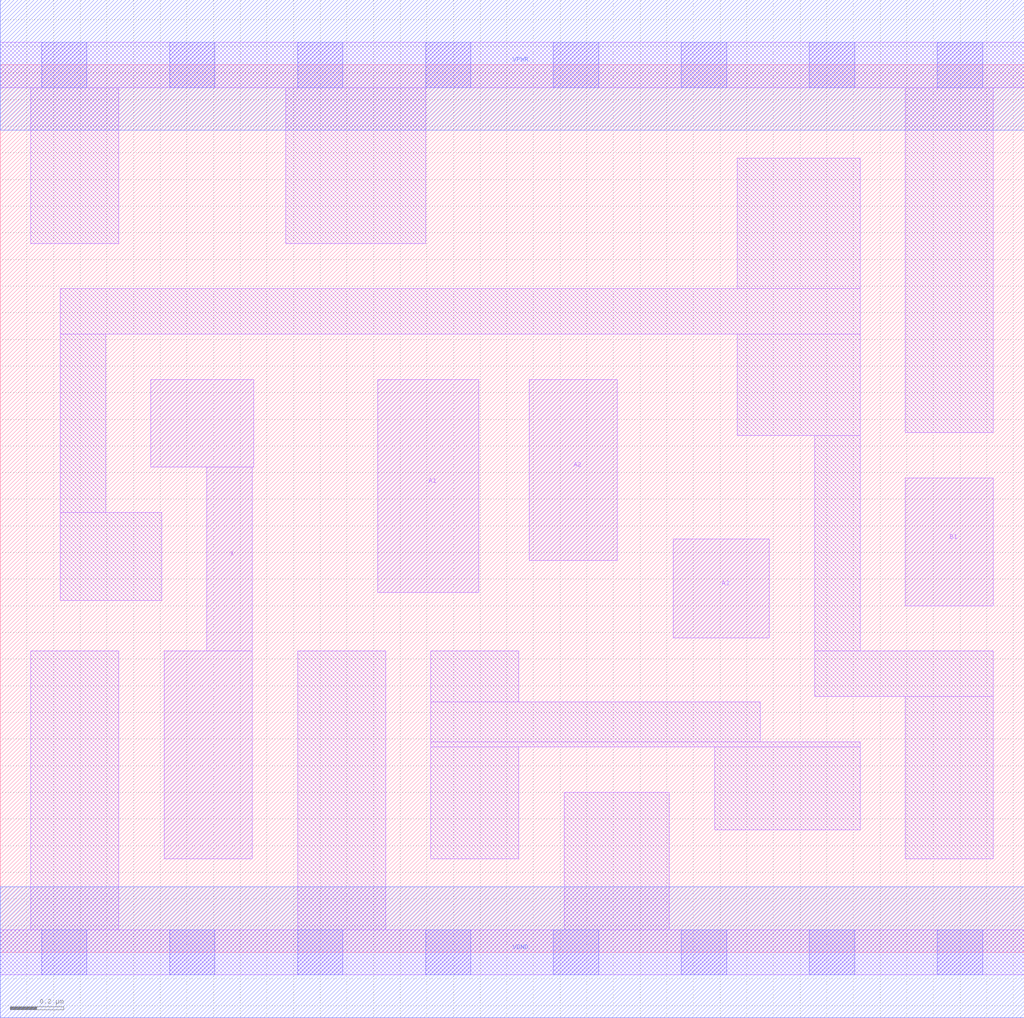
<source format=lef>
# Copyright 2020 The SkyWater PDK Authors
#
# Licensed under the Apache License, Version 2.0 (the "License");
# you may not use this file except in compliance with the License.
# You may obtain a copy of the License at
#
#     https://www.apache.org/licenses/LICENSE-2.0
#
# Unless required by applicable law or agreed to in writing, software
# distributed under the License is distributed on an "AS IS" BASIS,
# WITHOUT WARRANTIES OR CONDITIONS OF ANY KIND, either express or implied.
# See the License for the specific language governing permissions and
# limitations under the License.
#
# SPDX-License-Identifier: Apache-2.0

VERSION 5.7 ;
  NAMESCASESENSITIVE ON ;
  NOWIREEXTENSIONATPIN ON ;
  DIVIDERCHAR "/" ;
  BUSBITCHARS "[]" ;
UNITS
  DATABASE MICRONS 200 ;
END UNITS
MACRO sky130_fd_sc_hs__o31a_2
  CLASS CORE ;
  SOURCE USER ;
  FOREIGN sky130_fd_sc_hs__o31a_2 ;
  ORIGIN  0.000000  0.000000 ;
  SIZE  3.840000 BY  3.330000 ;
  SYMMETRY X Y ;
  SITE unit ;
  PIN A1
    ANTENNAGATEAREA  0.261000 ;
    DIRECTION INPUT ;
    USE SIGNAL ;
    PORT
      LAYER li1 ;
        RECT 1.415000 1.350000 1.795000 2.150000 ;
    END
  END A1
  PIN A2
    ANTENNAGATEAREA  0.261000 ;
    DIRECTION INPUT ;
    USE SIGNAL ;
    PORT
      LAYER li1 ;
        RECT 1.985000 1.470000 2.315000 2.150000 ;
    END
  END A2
  PIN A3
    ANTENNAGATEAREA  0.261000 ;
    DIRECTION INPUT ;
    USE SIGNAL ;
    PORT
      LAYER li1 ;
        RECT 2.525000 1.180000 2.885000 1.550000 ;
    END
  END A3
  PIN B1
    ANTENNAGATEAREA  0.261000 ;
    DIRECTION INPUT ;
    USE SIGNAL ;
    PORT
      LAYER li1 ;
        RECT 3.395000 1.300000 3.725000 1.780000 ;
    END
  END B1
  PIN X
    ANTENNADIFFAREA  0.604800 ;
    DIRECTION OUTPUT ;
    USE SIGNAL ;
    PORT
      LAYER li1 ;
        RECT 0.565000 1.820000 0.950000 2.150000 ;
        RECT 0.615000 0.350000 0.945000 1.130000 ;
        RECT 0.775000 1.130000 0.945000 1.820000 ;
    END
  END X
  PIN VGND
    DIRECTION INOUT ;
    USE GROUND ;
    PORT
      LAYER met1 ;
        RECT 0.000000 -0.245000 3.840000 0.245000 ;
    END
  END VGND
  PIN VPWR
    DIRECTION INOUT ;
    USE POWER ;
    PORT
      LAYER met1 ;
        RECT 0.000000 3.085000 3.840000 3.575000 ;
    END
  END VPWR
  OBS
    LAYER li1 ;
      RECT 0.000000 -0.085000 3.840000 0.085000 ;
      RECT 0.000000  3.245000 3.840000 3.415000 ;
      RECT 0.115000  0.085000 0.445000 1.130000 ;
      RECT 0.115000  2.660000 0.445000 3.245000 ;
      RECT 0.225000  1.320000 0.605000 1.650000 ;
      RECT 0.225000  1.650000 0.395000 2.320000 ;
      RECT 0.225000  2.320000 3.225000 2.490000 ;
      RECT 1.070000  2.660000 1.595000 3.245000 ;
      RECT 1.115000  0.085000 1.445000 1.130000 ;
      RECT 1.615000  0.350000 1.945000 0.770000 ;
      RECT 1.615000  0.770000 3.225000 0.790000 ;
      RECT 1.615000  0.790000 2.850000 0.940000 ;
      RECT 1.615000  0.940000 1.945000 1.130000 ;
      RECT 2.115000  0.085000 2.510000 0.600000 ;
      RECT 2.680000  0.460000 3.225000 0.770000 ;
      RECT 2.765000  1.940000 3.225000 2.320000 ;
      RECT 2.765000  2.490000 3.225000 2.980000 ;
      RECT 3.055000  0.960000 3.725000 1.130000 ;
      RECT 3.055000  1.130000 3.225000 1.940000 ;
      RECT 3.395000  0.350000 3.725000 0.960000 ;
      RECT 3.395000  1.950000 3.725000 3.245000 ;
    LAYER mcon ;
      RECT 0.155000 -0.085000 0.325000 0.085000 ;
      RECT 0.155000  3.245000 0.325000 3.415000 ;
      RECT 0.635000 -0.085000 0.805000 0.085000 ;
      RECT 0.635000  3.245000 0.805000 3.415000 ;
      RECT 1.115000 -0.085000 1.285000 0.085000 ;
      RECT 1.115000  3.245000 1.285000 3.415000 ;
      RECT 1.595000 -0.085000 1.765000 0.085000 ;
      RECT 1.595000  3.245000 1.765000 3.415000 ;
      RECT 2.075000 -0.085000 2.245000 0.085000 ;
      RECT 2.075000  3.245000 2.245000 3.415000 ;
      RECT 2.555000 -0.085000 2.725000 0.085000 ;
      RECT 2.555000  3.245000 2.725000 3.415000 ;
      RECT 3.035000 -0.085000 3.205000 0.085000 ;
      RECT 3.035000  3.245000 3.205000 3.415000 ;
      RECT 3.515000 -0.085000 3.685000 0.085000 ;
      RECT 3.515000  3.245000 3.685000 3.415000 ;
  END
END sky130_fd_sc_hs__o31a_2
END LIBRARY

</source>
